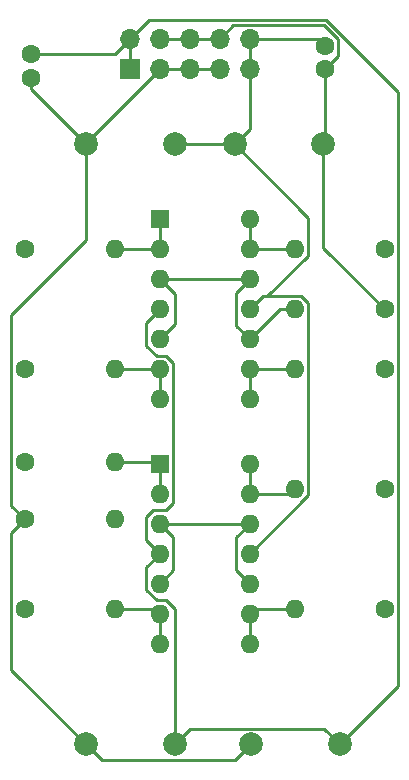
<source format=gbr>
%TF.GenerationSoftware,KiCad,Pcbnew,(5.1.8)-1*%
%TF.CreationDate,2020-11-09T21:18:24-08:00*%
%TF.ProjectId,BufferedMult,42756666-6572-4656-944d-756c742e6b69,rev?*%
%TF.SameCoordinates,Original*%
%TF.FileFunction,Copper,L1,Top*%
%TF.FilePolarity,Positive*%
%FSLAX46Y46*%
G04 Gerber Fmt 4.6, Leading zero omitted, Abs format (unit mm)*
G04 Created by KiCad (PCBNEW (5.1.8)-1) date 2020-11-09 21:18:24*
%MOMM*%
%LPD*%
G01*
G04 APERTURE LIST*
%TA.AperFunction,ComponentPad*%
%ADD10O,1.600000X1.600000*%
%TD*%
%TA.AperFunction,ComponentPad*%
%ADD11R,1.600000X1.600000*%
%TD*%
%TA.AperFunction,ComponentPad*%
%ADD12C,1.600000*%
%TD*%
%TA.AperFunction,ComponentPad*%
%ADD13O,1.700000X1.700000*%
%TD*%
%TA.AperFunction,ComponentPad*%
%ADD14R,1.700000X1.700000*%
%TD*%
%TA.AperFunction,ComponentPad*%
%ADD15C,2.000000*%
%TD*%
%TA.AperFunction,Conductor*%
%ADD16C,0.250000*%
%TD*%
G04 APERTURE END LIST*
D10*
%TO.P,U2,14*%
%TO.N,Net-(R10-Pad2)*%
X125730000Y-46990000D03*
%TO.P,U2,7*%
%TO.N,Net-(R8-Pad2)*%
X118110000Y-62230000D03*
%TO.P,U2,13*%
%TO.N,Net-(R10-Pad2)*%
X125730000Y-49530000D03*
%TO.P,U2,6*%
%TO.N,Net-(R8-Pad2)*%
X118110000Y-59690000D03*
%TO.P,U2,12*%
%TO.N,Net-(J7-PadT)*%
X125730000Y-52070000D03*
%TO.P,U2,5*%
X118110000Y-57150000D03*
%TO.P,U2,11*%
%TO.N,-12V*%
X125730000Y-54610000D03*
%TO.P,U2,4*%
%TO.N,+12V*%
X118110000Y-54610000D03*
%TO.P,U2,10*%
%TO.N,Net-(J7-PadT)*%
X125730000Y-57150000D03*
%TO.P,U2,3*%
X118110000Y-52070000D03*
%TO.P,U2,9*%
%TO.N,Net-(R9-Pad2)*%
X125730000Y-59690000D03*
%TO.P,U2,2*%
%TO.N,Net-(R7-Pad2)*%
X118110000Y-49530000D03*
%TO.P,U2,8*%
%TO.N,Net-(R9-Pad2)*%
X125730000Y-62230000D03*
D11*
%TO.P,U2,1*%
%TO.N,Net-(R7-Pad2)*%
X118110000Y-46990000D03*
%TD*%
D10*
%TO.P,R10,2*%
%TO.N,Net-(R10-Pad2)*%
X129540000Y-49530000D03*
D12*
%TO.P,R10,1*%
%TO.N,Net-(J11-PadT)*%
X137160000Y-49530000D03*
%TD*%
D10*
%TO.P,U1,14*%
%TO.N,Net-(R5-Pad2)*%
X125730000Y-67670000D03*
%TO.P,U1,7*%
%TO.N,Net-(R3-Pad2)*%
X118110000Y-82910000D03*
%TO.P,U1,13*%
%TO.N,Net-(R5-Pad2)*%
X125730000Y-70210000D03*
%TO.P,U1,6*%
%TO.N,Net-(R3-Pad2)*%
X118110000Y-80370000D03*
%TO.P,U1,12*%
%TO.N,Net-(J1-PadT)*%
X125730000Y-72750000D03*
%TO.P,U1,5*%
X118110000Y-77830000D03*
%TO.P,U1,11*%
%TO.N,-12V*%
X125730000Y-75290000D03*
%TO.P,U1,4*%
%TO.N,+12V*%
X118110000Y-75290000D03*
%TO.P,U1,10*%
%TO.N,Net-(J1-PadT)*%
X125730000Y-77830000D03*
%TO.P,U1,3*%
X118110000Y-72750000D03*
%TO.P,U1,9*%
%TO.N,Net-(R4-Pad2)*%
X125730000Y-80370000D03*
%TO.P,U1,2*%
%TO.N,Net-(R2-Pad2)*%
X118110000Y-70210000D03*
%TO.P,U1,8*%
%TO.N,Net-(R4-Pad2)*%
X125730000Y-82910000D03*
D11*
%TO.P,U1,1*%
%TO.N,Net-(R2-Pad2)*%
X118110000Y-67670000D03*
%TD*%
D10*
%TO.P,R9,2*%
%TO.N,Net-(R9-Pad2)*%
X129540000Y-59690000D03*
D12*
%TO.P,R9,1*%
%TO.N,Net-(J10-PadT)*%
X137160000Y-59690000D03*
%TD*%
D10*
%TO.P,R8,2*%
%TO.N,Net-(R8-Pad2)*%
X114300000Y-59690000D03*
D12*
%TO.P,R8,1*%
%TO.N,Net-(J9-PadT)*%
X106680000Y-59690000D03*
%TD*%
D10*
%TO.P,R7,2*%
%TO.N,Net-(R7-Pad2)*%
X114300000Y-49530000D03*
D12*
%TO.P,R7,1*%
%TO.N,Net-(J8-PadT)*%
X106680000Y-49530000D03*
%TD*%
D10*
%TO.P,R6,2*%
%TO.N,Net-(J7-PadT)*%
X129540000Y-54610000D03*
D12*
%TO.P,R6,1*%
%TO.N,GND*%
X137160000Y-54610000D03*
%TD*%
D10*
%TO.P,R5,2*%
%TO.N,Net-(R5-Pad2)*%
X129540000Y-69850000D03*
D12*
%TO.P,R5,1*%
%TO.N,Net-(J6-PadT)*%
X137160000Y-69850000D03*
%TD*%
D10*
%TO.P,R4,2*%
%TO.N,Net-(R4-Pad2)*%
X129540000Y-80010000D03*
D12*
%TO.P,R4,1*%
%TO.N,Net-(J5-PadT)*%
X137160000Y-80010000D03*
%TD*%
D10*
%TO.P,R3,2*%
%TO.N,Net-(R3-Pad2)*%
X114300000Y-80010000D03*
D12*
%TO.P,R3,1*%
%TO.N,Net-(J4-PadT)*%
X106680000Y-80010000D03*
%TD*%
D10*
%TO.P,R2,2*%
%TO.N,Net-(R2-Pad2)*%
X114300000Y-67570000D03*
D12*
%TO.P,R2,1*%
%TO.N,Net-(J3-PadT)*%
X106680000Y-67570000D03*
%TD*%
D10*
%TO.P,R1,2*%
%TO.N,Net-(J1-PadT)*%
X114300000Y-72390000D03*
D12*
%TO.P,R1,1*%
%TO.N,GND*%
X106680000Y-72390000D03*
%TD*%
D13*
%TO.P,J2,10*%
%TO.N,-12V*%
X125730000Y-31750000D03*
%TO.P,J2,9*%
X125730000Y-34290000D03*
%TO.P,J2,8*%
%TO.N,GND*%
X123190000Y-31750000D03*
%TO.P,J2,7*%
X123190000Y-34290000D03*
%TO.P,J2,6*%
X120650000Y-31750000D03*
%TO.P,J2,5*%
X120650000Y-34290000D03*
%TO.P,J2,4*%
X118110000Y-31750000D03*
%TO.P,J2,3*%
X118110000Y-34290000D03*
%TO.P,J2,2*%
%TO.N,+12V*%
X115570000Y-31750000D03*
D14*
%TO.P,J2,1*%
X115570000Y-34290000D03*
%TD*%
D15*
%TO.P,C6,2*%
%TO.N,GND*%
X111880000Y-40640000D03*
%TO.P,C6,1*%
%TO.N,-12V*%
X119380000Y-40640000D03*
%TD*%
%TO.P,C5,2*%
%TO.N,GND*%
X125850000Y-91440000D03*
%TO.P,C5,1*%
%TO.N,+12V*%
X133350000Y-91440000D03*
%TD*%
%TO.P,C4,2*%
%TO.N,GND*%
X131960000Y-40640000D03*
%TO.P,C4,1*%
%TO.N,-12V*%
X124460000Y-40640000D03*
%TD*%
%TO.P,C3,2*%
%TO.N,GND*%
X111880000Y-91440000D03*
%TO.P,C3,1*%
%TO.N,+12V*%
X119380000Y-91440000D03*
%TD*%
D12*
%TO.P,C2,2*%
%TO.N,-12V*%
X132080000Y-32290000D03*
%TO.P,C2,1*%
%TO.N,GND*%
X132080000Y-34290000D03*
%TD*%
%TO.P,C1,2*%
%TO.N,GND*%
X107220000Y-35020000D03*
%TO.P,C1,1*%
%TO.N,+12V*%
X107220000Y-33020000D03*
%TD*%
D16*
%TO.N,GND*%
X118110000Y-34290000D02*
X123190000Y-34290000D01*
X123190000Y-31750000D02*
X118110000Y-31750000D01*
X132080000Y-40520000D02*
X131960000Y-40640000D01*
X132080000Y-34290000D02*
X132080000Y-40520000D01*
X111880000Y-40520000D02*
X111880000Y-40640000D01*
X118110000Y-34290000D02*
X111880000Y-40520000D01*
X107220000Y-35980000D02*
X107220000Y-35020000D01*
X111880000Y-40640000D02*
X107220000Y-35980000D01*
X124365001Y-30574999D02*
X123190000Y-31750000D01*
X132030001Y-30574999D02*
X124365001Y-30574999D01*
X133205001Y-31749999D02*
X132030001Y-30574999D01*
X133205001Y-33164999D02*
X133205001Y-31749999D01*
X132080000Y-34290000D02*
X133205001Y-33164999D01*
X131960000Y-49410000D02*
X137160000Y-54610000D01*
X131960000Y-40640000D02*
X131960000Y-49410000D01*
X105554999Y-55100003D02*
X105554999Y-71264999D01*
X105554999Y-71264999D02*
X106680000Y-72390000D01*
X111880000Y-48775002D02*
X105554999Y-55100003D01*
X111880000Y-40640000D02*
X111880000Y-48775002D01*
X105554999Y-85114999D02*
X111880000Y-91440000D01*
X105554999Y-73515001D02*
X105554999Y-85114999D01*
X106680000Y-72390000D02*
X105554999Y-73515001D01*
X124524999Y-92765001D02*
X125850000Y-91440000D01*
X113205001Y-92765001D02*
X124524999Y-92765001D01*
X111880000Y-91440000D02*
X113205001Y-92765001D01*
%TO.N,+12V*%
X114300000Y-33020000D02*
X115570000Y-31750000D01*
X107220000Y-33020000D02*
X114300000Y-33020000D01*
X115570000Y-31750000D02*
X115570000Y-34290000D01*
X132024999Y-90114999D02*
X133350000Y-91440000D01*
X120705001Y-90114999D02*
X132024999Y-90114999D01*
X119380000Y-91440000D02*
X120705001Y-90114999D01*
X116984999Y-74164999D02*
X118110000Y-75290000D01*
X116984999Y-72209999D02*
X116984999Y-74164999D01*
X117569999Y-71624999D02*
X116984999Y-72209999D01*
X118650001Y-71624999D02*
X117569999Y-71624999D01*
X119235001Y-71039999D02*
X118650001Y-71624999D01*
X119235001Y-59149999D02*
X119235001Y-71039999D01*
X118650001Y-58564999D02*
X119235001Y-59149999D01*
X117859997Y-58564999D02*
X118650001Y-58564999D01*
X116984999Y-57690001D02*
X117859997Y-58564999D01*
X116984999Y-55735001D02*
X116984999Y-57690001D01*
X118110000Y-54610000D02*
X116984999Y-55735001D01*
X117859997Y-79244999D02*
X118650001Y-79244999D01*
X118650001Y-79244999D02*
X119380000Y-79974998D01*
X116984999Y-78370001D02*
X117859997Y-79244999D01*
X116984999Y-76415001D02*
X116984999Y-78370001D01*
X119380000Y-79974998D02*
X119380000Y-91440000D01*
X118110000Y-75290000D02*
X116984999Y-76415001D01*
X117195011Y-30124989D02*
X115570000Y-31750000D01*
X132216401Y-30124989D02*
X117195011Y-30124989D01*
X138285001Y-36193589D02*
X132216401Y-30124989D01*
X138285001Y-86504999D02*
X138285001Y-36193589D01*
X133350000Y-91440000D02*
X138285001Y-86504999D01*
%TO.N,-12V*%
X125730000Y-31750000D02*
X125730000Y-34290000D01*
X131540000Y-31750000D02*
X132080000Y-32290000D01*
X125730000Y-31750000D02*
X131540000Y-31750000D01*
X124460000Y-40640000D02*
X119380000Y-40640000D01*
X125730000Y-39370000D02*
X124460000Y-40640000D01*
X125730000Y-34290000D02*
X125730000Y-39370000D01*
X126855001Y-53484999D02*
X125730000Y-54610000D01*
X130080001Y-53484999D02*
X126855001Y-53484999D01*
X130665001Y-54069999D02*
X130080001Y-53484999D01*
X130665001Y-70354999D02*
X130665001Y-54069999D01*
X125730000Y-75290000D02*
X130665001Y-70354999D01*
X130665001Y-46845001D02*
X124460000Y-40640000D01*
X130665001Y-50070001D02*
X130665001Y-46845001D01*
X127250003Y-53484999D02*
X130665001Y-50070001D01*
X126855001Y-53484999D02*
X127250003Y-53484999D01*
%TO.N,Net-(J1-PadT)*%
X125730000Y-72750000D02*
X118110000Y-72750000D01*
X114660000Y-72750000D02*
X114300000Y-72390000D01*
X117750000Y-72390000D02*
X118110000Y-72750000D01*
X124604999Y-76704999D02*
X125730000Y-77830000D01*
X124604999Y-73875001D02*
X124604999Y-76704999D01*
X125730000Y-72750000D02*
X124604999Y-73875001D01*
X119235001Y-76704999D02*
X118110000Y-77830000D01*
X119235001Y-73875001D02*
X119235001Y-76704999D01*
X118110000Y-72750000D02*
X119235001Y-73875001D01*
%TO.N,Net-(R2-Pad2)*%
X118010000Y-67570000D02*
X118110000Y-67670000D01*
X114300000Y-67570000D02*
X118010000Y-67570000D01*
X118110000Y-67670000D02*
X118110000Y-70210000D01*
%TO.N,Net-(R3-Pad2)*%
X117750000Y-80010000D02*
X118110000Y-80370000D01*
X114300000Y-80010000D02*
X117750000Y-80010000D01*
X118110000Y-80370000D02*
X118110000Y-82910000D01*
%TO.N,Net-(R4-Pad2)*%
X125730000Y-82910000D02*
X125730000Y-80370000D01*
X129180000Y-80370000D02*
X129540000Y-80010000D01*
X126090000Y-80010000D02*
X125730000Y-80370000D01*
X129540000Y-80010000D02*
X126090000Y-80010000D01*
%TO.N,Net-(R5-Pad2)*%
X125730000Y-67670000D02*
X125730000Y-70210000D01*
X129180000Y-70210000D02*
X129540000Y-69850000D01*
X125730000Y-70210000D02*
X129180000Y-70210000D01*
%TO.N,Net-(J7-PadT)*%
X118110000Y-52070000D02*
X125730000Y-52070000D01*
X124604999Y-53195001D02*
X124604999Y-56024999D01*
X124604999Y-56024999D02*
X125730000Y-57150000D01*
X125730000Y-52070000D02*
X124604999Y-53195001D01*
X125730000Y-57150000D02*
X126855001Y-56024999D01*
X128270000Y-54610000D02*
X125730000Y-57150000D01*
X118110000Y-52070000D02*
X119380000Y-53340000D01*
X119380000Y-53340000D02*
X119380000Y-55880000D01*
X119380000Y-55880000D02*
X118110000Y-57150000D01*
X128270000Y-54610000D02*
X129540000Y-54610000D01*
%TO.N,Net-(R7-Pad2)*%
X118110000Y-46990000D02*
X118110000Y-49530000D01*
X118110000Y-49530000D02*
X114300000Y-49530000D01*
%TO.N,Net-(R8-Pad2)*%
X114300000Y-59690000D02*
X118110000Y-59690000D01*
X118110000Y-59690000D02*
X118110000Y-62230000D01*
%TO.N,Net-(R9-Pad2)*%
X125730000Y-62230000D02*
X125730000Y-59690000D01*
X129540000Y-59690000D02*
X125730000Y-59690000D01*
%TO.N,Net-(R10-Pad2)*%
X125730000Y-46990000D02*
X125730000Y-49530000D01*
X125730000Y-49530000D02*
X129540000Y-49530000D01*
%TD*%
M02*

</source>
